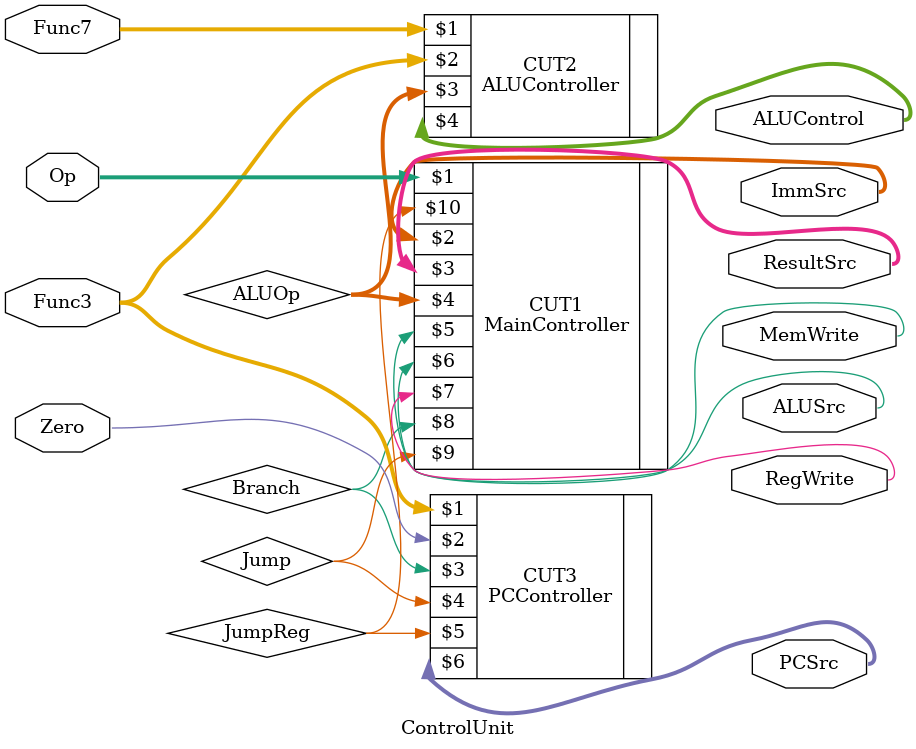
<source format=v>
module ControlUnit(input[6:0] Func7, Op, 
				   input[2:0] Func3, 
				   input Zero,
				   output[2:0] ALUControl, ImmSrc,
				   output[1:0] PCSrc, ResultSrc, 
				   output MemWrite, ALUSrc, RegWrite
				   );

	wire[1:0] ALUOp;
	wire Branch, Jump, JumpReg;
	MainController CUT1(Op, ImmSrc, ResultSrc, ALUOp, MemWrite, ALUSrc, RegWrite, Branch, Jump, JumpReg);
	ALUController CUT2(Func7, Func3, ALUOp, ALUControl);
	PCController CUT3(Func3, Zero, Branch, Jump, JumpReg, PCSrc);
endmodule

</source>
